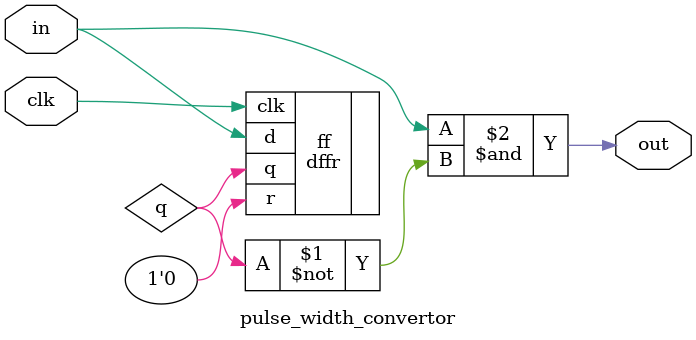
<source format=v>
module pulse_width_convertor(clk,in,out);
	input clk,in;
	output out;

	wire q;
	//依照结构设计
	dffr #(.N(1)) ff(.clk(clk),.d(in),.r(1'b0),.q(q));
	assign out=in&(~q);

endmodule
</source>
